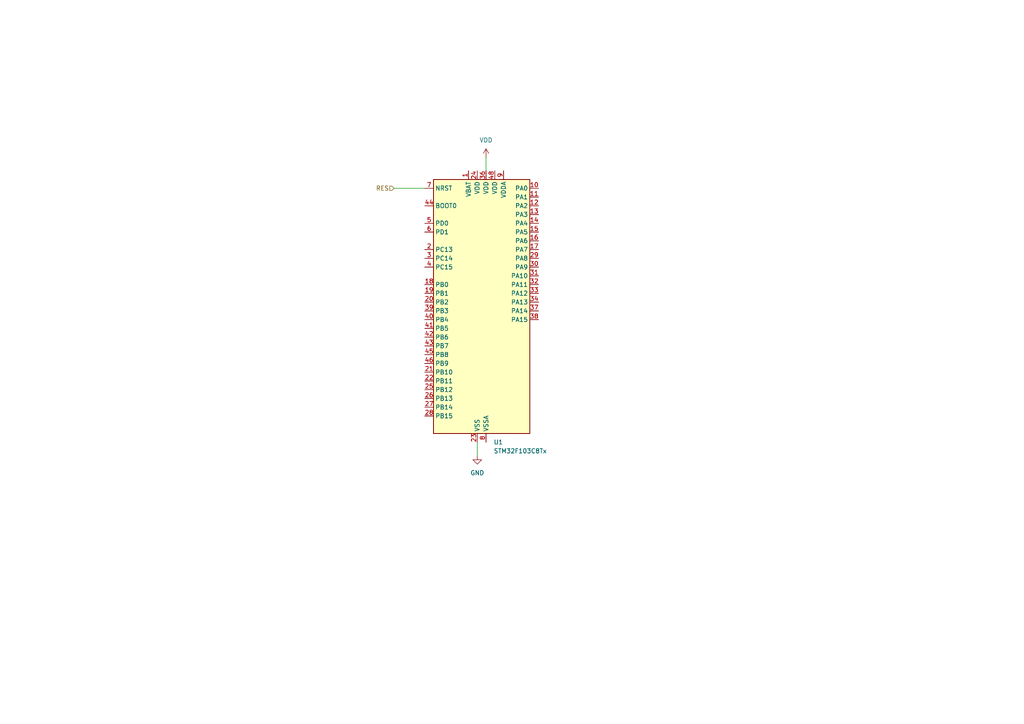
<source format=kicad_sch>
(kicad_sch (version 20230121) (generator eeschema)
  (paper "A4")
  (lib_symbols
    (symbol "MCU_ST_STM32F1:STM32F103C8Tx"
      (property "Reference" "U" (at -12.7 39.37 0))
      (property "Value" "STM32F103C8Tx" (at 10.16 39.37 0))
      (symbol "STM32F103C8Tx_0_1"
        (rectangle (start -12.7 -35.56) (end 15.24 38.1) (stroke (width 0.254)) (fill (type background)))
      )
      (symbol "STM32F103C8Tx_1_1"
        (pin power_in line (at -2.54 40.64 270) (length 2.54) (name "VBAT") (number "1"))
        (pin bidirectional line (at 17.78 35.56 180) (length 2.54) (name "PA0") (number "10"))
        (pin bidirectional line (at 17.78 33.02 180) (length 2.54) (name "PA1") (number "11"))
        (pin bidirectional line (at 17.78 30.48 180) (length 2.54) (name "PA2") (number "12"))
        (pin bidirectional line (at 17.78 27.94 180) (length 2.54) (name "PA3") (number "13"))
        (pin bidirectional line (at 17.78 25.4 180) (length 2.54) (name "PA4") (number "14"))
        (pin bidirectional line (at 17.78 22.86 180) (length 2.54) (name "PA5") (number "15"))
        (pin bidirectional line (at 17.78 20.32 180) (length 2.54) (name "PA6") (number "16"))
        (pin bidirectional line (at 17.78 17.78 180) (length 2.54) (name "PA7") (number "17"))
        (pin bidirectional line (at -15.24 7.62 0) (length 2.54) (name "PB0") (number "18"))
        (pin bidirectional line (at -15.24 5.08 0) (length 2.54) (name "PB1") (number "19"))
        (pin bidirectional line (at -15.24 17.78 0) (length 2.54) (name "PC13") (number "2"))
        (pin bidirectional line (at -15.24 2.54 0) (length 2.54) (name "PB2") (number "20"))
        (pin bidirectional line (at -15.24 -17.78 0) (length 2.54) (name "PB10") (number "21"))
        (pin bidirectional line (at -15.24 -20.32 0) (length 2.54) (name "PB11") (number "22"))
        (pin power_in line (at 0 -38.1 90) (length 2.54) (name "VSS") (number "23"))
        (pin power_in line (at 0 40.64 270) (length 2.54) (name "VDD") (number "24"))
        (pin bidirectional line (at -15.24 -22.86 0) (length 2.54) (name "PB12") (number "25"))
        (pin bidirectional line (at -15.24 -25.4 0) (length 2.54) (name "PB13") (number "26"))
        (pin bidirectional line (at -15.24 -27.94 0) (length 2.54) (name "PB14") (number "27"))
        (pin bidirectional line (at -15.24 -30.48 0) (length 2.54) (name "PB15") (number "28"))
        (pin bidirectional line (at 17.78 15.24 180) (length 2.54) (name "PA8") (number "29"))
        (pin bidirectional line (at -15.24 15.24 0) (length 2.54) (name "PC14") (number "3"))
        (pin bidirectional line (at 17.78 12.7 180) (length 2.54) (name "PA9") (number "30"))
        (pin bidirectional line (at 17.78 10.16 180) (length 2.54) (name "PA10") (number "31"))
        (pin bidirectional line (at 17.78 7.62 180) (length 2.54) (name "PA11") (number "32"))
        (pin bidirectional line (at 17.78 5.08 180) (length 2.54) (name "PA12") (number "33"))
        (pin bidirectional line (at 17.78 2.54 180) (length 2.54) (name "PA13") (number "34"))
        (pin passive line (at 0 -38.1 90) (length 2.54) hide (name "VSS") (number "35"))
        (pin power_in line (at 2.54 40.64 270) (length 2.54) (name "VDD") (number "36"))
        (pin bidirectional line (at 17.78 0 180) (length 2.54) (name "PA14") (number "37"))
        (pin bidirectional line (at 17.78 -2.54 180) (length 2.54) (name "PA15") (number "38"))
        (pin bidirectional line (at -15.24 0 0) (length 2.54) (name "PB3") (number "39"))
        (pin bidirectional line (at -15.24 12.7 0) (length 2.54) (name "PC15") (number "4"))
        (pin bidirectional line (at -15.24 -2.54 0) (length 2.54) (name "PB4") (number "40"))
        (pin bidirectional line (at -15.24 -5.08 0) (length 2.54) (name "PB5") (number "41"))
        (pin bidirectional line (at -15.24 -7.62 0) (length 2.54) (name "PB6") (number "42"))
        (pin bidirectional line (at -15.24 -10.16 0) (length 2.54) (name "PB7") (number "43"))
        (pin input line (at -15.24 30.48 0) (length 2.54) (name "BOOT0") (number "44"))
        (pin bidirectional line (at -15.24 -12.7 0) (length 2.54) (name "PB8") (number "45"))
        (pin bidirectional line (at -15.24 -15.24 0) (length 2.54) (name "PB9") (number "46"))
        (pin passive line (at 0 -38.1 90) (length 2.54) hide (name "VSS") (number "47"))
        (pin power_in line (at 5.08 40.64 270) (length 2.54) (name "VDD") (number "48"))
        (pin bidirectional line (at -15.24 25.4 0) (length 2.54) (name "PD0") (number "5"))
        (pin bidirectional line (at -15.24 22.86 0) (length 2.54) (name "PD1") (number "6"))
        (pin input line (at -15.24 35.56 0) (length 2.54) (name "NRST") (number "7"))
        (pin power_in line (at 2.54 -38.1 90) (length 2.54) (name "VSSA") (number "8"))
        (pin power_in line (at 7.62 40.64 270) (length 2.54) (name "VDDA") (number "9"))
      )
    )
    (symbol "power:GND" (power) (pin_names (offset 0))
      (property "Value" "GND" (at 0 -3.81 0))
      (symbol "GND_0_1"
        (polyline (pts (xy 0 0) (xy 0 -1.27) (xy 1.27 -1.27) (xy 0 -2.54) (xy -1.27 -1.27) (xy 0 -1.27)))
      )
      (symbol "GND_1_1"
        (pin power_in line (at 0 0 270) (length 0) hide (name "GND") (number "1"))
      )
    )
    (symbol "power:VDD" (power) (pin_names (offset 0))
      (property "Value" "VDD" (at 0 3.81 0))
      (symbol "VDD_0_1"
        (polyline (pts (xy -0.762 1.27) (xy 0 2.54)))
        (polyline (pts (xy 0 0) (xy 0 2.54)))
        (polyline (pts (xy 0 2.54) (xy 0.762 1.27)))
      )
      (symbol "VDD_1_1"
        (pin power_in line (at 0 0 90) (length 0) hide (name "VDD") (number "1"))
      )
    )
  )
  (wire (pts (xy 114.3 54.61) (xy 123.19 54.61)))
  (wire (pts (xy 138.43 128.27) (xy 138.43 132.08)))
  (wire (pts (xy 140.97 45.72) (xy 140.97 49.53)))
  (hierarchical_label "RES" (shape input) (at 114.3 54.61 180))
  (symbol (lib_id "power:GND") (at 138.43 132.08 0) (unit 1)
    (property "Reference" "#PWR04" (effects hide))
    (property "Value" "GND" (at 138.43 137.16 0))
  )
  (symbol (lib_id "power:VDD") (at 140.97 45.72 0) (unit 1)
    (property "Reference" "#PWR03" (effects hide))
    (property "Value" "VDD" (at 140.97 40.64 0))
  )
  (symbol (lib_id "MCU_ST_STM32F1:STM32F103C8Tx") (at 138.43 90.17 0) (unit 1)
    (property "Reference" "U1" (at 143.1641 128.27 0) (effects (justify left)))
    (property "Value" "STM32F103C8Tx" (at 143.1641 130.81 0) (effects (justify left)))
    (property "Footprint" "Package_QFP:LQFP-48_7x7mm_P0.5mm" (effects hide))
    (property "Datasheet" "https://www.st.com/resource/en/datasheet/stm32f103c8.pdf" (effects hide))
  )
)
</source>
